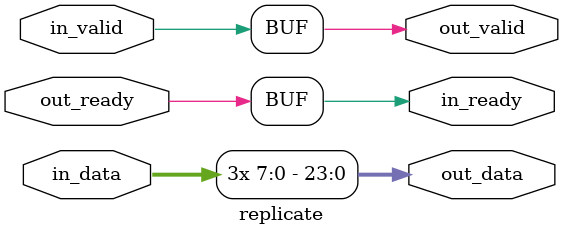
<source format=v>
`default_nettype none
`timescale 100fs/100fs

module replicate
#(
    parameter ITEM_SIZE = 8,
    parameter REPLICATION_FACTOR = 3
) (
    input  wire [ITEM_SIZE - 1:0]                      in_data,
    input  wire                                        in_valid,
    output wire                                        in_ready,

    output wire [ITEM_SIZE * REPLICATION_FACTOR - 1:0] out_data,
    output wire                                        out_valid,
    input  wire                                        out_ready
);

    genvar i;
    generate
        for (i = 0; i < REPLICATION_FACTOR; i = i + 1) begin
            assign out_data[ITEM_SIZE * (i + 1) - 1:ITEM_SIZE * i] = in_data;
        end
    endgenerate

    assign out_valid = in_valid;
    assign in_ready  = out_ready;

endmodule
</source>
